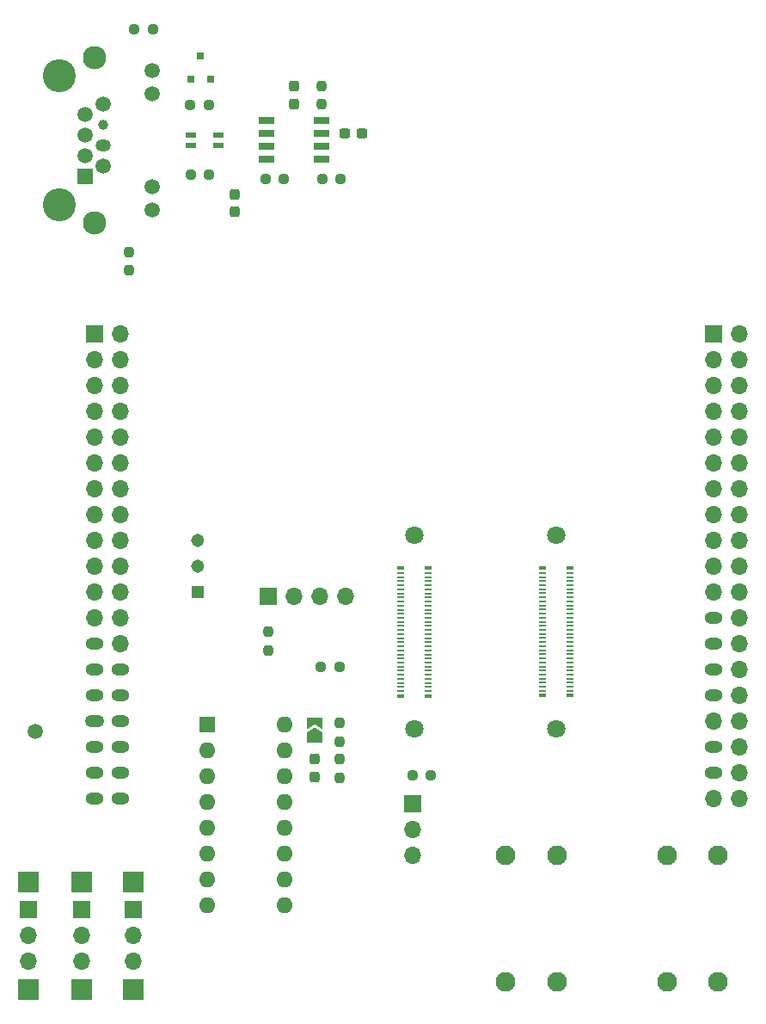
<source format=gbr>
%TF.GenerationSoftware,KiCad,Pcbnew,8.0.2*%
%TF.CreationDate,2024-09-12T20:37:13+09:00*%
%TF.ProjectId,TangPrimer25K_brushless,54616e67-5072-4696-9d65-7232354b5f62,rev?*%
%TF.SameCoordinates,Original*%
%TF.FileFunction,Soldermask,Top*%
%TF.FilePolarity,Negative*%
%FSLAX46Y46*%
G04 Gerber Fmt 4.6, Leading zero omitted, Abs format (unit mm)*
G04 Created by KiCad (PCBNEW 8.0.2) date 2024-09-12 20:37:13*
%MOMM*%
%LPD*%
G01*
G04 APERTURE LIST*
G04 Aperture macros list*
%AMRoundRect*
0 Rectangle with rounded corners*
0 $1 Rounding radius*
0 $2 $3 $4 $5 $6 $7 $8 $9 X,Y pos of 4 corners*
0 Add a 4 corners polygon primitive as box body*
4,1,4,$2,$3,$4,$5,$6,$7,$8,$9,$2,$3,0*
0 Add four circle primitives for the rounded corners*
1,1,$1+$1,$2,$3*
1,1,$1+$1,$4,$5*
1,1,$1+$1,$6,$7*
1,1,$1+$1,$8,$9*
0 Add four rect primitives between the rounded corners*
20,1,$1+$1,$2,$3,$4,$5,0*
20,1,$1+$1,$4,$5,$6,$7,0*
20,1,$1+$1,$6,$7,$8,$9,0*
20,1,$1+$1,$8,$9,$2,$3,0*%
%AMFreePoly0*
4,1,6,1.000000,0.000000,0.500000,-0.750000,-0.500000,-0.750000,-0.500000,0.750000,0.500000,0.750000,1.000000,0.000000,1.000000,0.000000,$1*%
%AMFreePoly1*
4,1,6,0.500000,-0.750000,-0.650000,-0.750000,-0.150000,0.000000,-0.650000,0.750000,0.500000,0.750000,0.500000,-0.750000,0.500000,-0.750000,$1*%
G04 Aperture macros list end*
%ADD10RoundRect,0.237500X-0.237500X0.250000X-0.237500X-0.250000X0.237500X-0.250000X0.237500X0.250000X0*%
%ADD11R,1.700000X1.700000*%
%ADD12O,1.700000X1.700000*%
%ADD13R,2.000000X2.000000*%
%ADD14RoundRect,0.237500X-0.237500X0.300000X-0.237500X-0.300000X0.237500X-0.300000X0.237500X0.300000X0*%
%ADD15RoundRect,0.237500X0.237500X-0.250000X0.237500X0.250000X-0.237500X0.250000X-0.237500X-0.250000X0*%
%ADD16R,1.305000X1.305000*%
%ADD17C,1.305000*%
%ADD18C,1.500000*%
%ADD19C,1.950000*%
%ADD20R,1.550000X0.700000*%
%ADD21RoundRect,0.237500X-0.250000X-0.237500X0.250000X-0.237500X0.250000X0.237500X-0.250000X0.237500X0*%
%ADD22R,1.050000X0.600000*%
%ADD23C,1.800000*%
%ADD24R,0.660000X0.230000*%
%ADD25R,0.660000X0.350000*%
%ADD26C,3.250000*%
%ADD27C,1.000000*%
%ADD28R,1.500000X1.500000*%
%ADD29O,1.500000X1.200000*%
%ADD30C,2.300000*%
%ADD31RoundRect,0.237500X0.250000X0.237500X-0.250000X0.237500X-0.250000X-0.237500X0.250000X-0.237500X0*%
%ADD32O,1.800000X1.200000*%
%ADD33O,1.900000X1.200000*%
%ADD34R,1.600000X1.600000*%
%ADD35O,1.600000X1.600000*%
%ADD36FreePoly0,90.000000*%
%ADD37FreePoly1,90.000000*%
%ADD38RoundRect,0.237500X0.300000X0.237500X-0.300000X0.237500X-0.300000X-0.237500X0.300000X-0.237500X0*%
%ADD39R,0.780000X0.780000*%
G04 APERTURE END LIST*
D10*
%TO.C,R1*%
X153670000Y-125171200D03*
X153670000Y-126996200D03*
%TD*%
D11*
%TO.C,J5*%
X160909000Y-133096000D03*
D12*
X160909000Y-135636000D03*
X160909000Y-138176000D03*
%TD*%
D13*
%TO.C,REF\u002A\u002A*%
X123063000Y-140843000D03*
%TD*%
D14*
%TO.C,C1*%
X151282400Y-128728300D03*
X151282400Y-130453300D03*
%TD*%
D13*
%TO.C,REF\u002A\u002A*%
X128270000Y-140843000D03*
%TD*%
D15*
%TO.C,R9*%
X151961000Y-64309000D03*
X151961000Y-62484000D03*
%TD*%
D16*
%TO.C,PS1*%
X139700000Y-112268000D03*
D17*
X139700000Y-109728000D03*
X139700000Y-107188000D03*
%TD*%
D18*
%TO.C,TP1*%
X123698000Y-125984000D03*
%TD*%
D19*
%TO.C,S1*%
X175093000Y-138149000D03*
X175093000Y-150649000D03*
X170093000Y-138149000D03*
X170093000Y-150649000D03*
%TD*%
D20*
%TO.C,IC2*%
X151950000Y-69723000D03*
X151950000Y-68453000D03*
X151950000Y-67183000D03*
X151950000Y-65913000D03*
X146500000Y-65913000D03*
X146500000Y-67183000D03*
X146500000Y-68453000D03*
X146500000Y-69723000D03*
%TD*%
D11*
%TO.C,SW2*%
X128270000Y-143525000D03*
D12*
X128270000Y-146065000D03*
X128270000Y-148605000D03*
%TD*%
D21*
%TO.C,R13*%
X139041500Y-71247000D03*
X140866500Y-71247000D03*
%TD*%
D14*
%TO.C,C4*%
X143383000Y-73152000D03*
X143383000Y-74877000D03*
%TD*%
D10*
%TO.C,R5*%
X146710400Y-116181500D03*
X146710400Y-118006500D03*
%TD*%
D22*
%TO.C,L1*%
X141732000Y-67310000D03*
X139082000Y-67310000D03*
X139082000Y-68310000D03*
X141732000Y-68310000D03*
%TD*%
D23*
%TO.C,J2*%
X161047600Y-125720800D03*
X161047600Y-106720800D03*
D24*
X159692600Y-122020800D03*
X162402600Y-122020800D03*
X159692600Y-121620800D03*
X162402600Y-121620800D03*
X159692600Y-121220800D03*
X162402600Y-121220800D03*
X159692600Y-120820800D03*
X162402600Y-120820800D03*
X159692600Y-120420800D03*
X162402600Y-120420800D03*
X159692600Y-120020800D03*
X162402600Y-120020800D03*
X159692600Y-119620800D03*
X162402600Y-119620800D03*
X159692600Y-119220800D03*
X162402600Y-119220800D03*
X159692600Y-118820800D03*
X162402600Y-118820800D03*
X159692600Y-118420800D03*
X162402600Y-118420800D03*
X159692600Y-118020800D03*
X162402600Y-118020800D03*
X159692600Y-117620800D03*
X162402600Y-117620800D03*
X159692600Y-117220800D03*
X162402600Y-117220800D03*
X159692600Y-116820800D03*
X162402600Y-116820800D03*
X159692600Y-116420800D03*
X162402600Y-116420800D03*
X159692600Y-116020800D03*
X162402600Y-116020800D03*
X159692600Y-115620800D03*
X162402600Y-115620800D03*
X159692600Y-115220800D03*
X162402600Y-115220800D03*
X159692600Y-114820800D03*
X162402600Y-114820800D03*
X159692600Y-114420800D03*
X162402600Y-114420800D03*
X159692600Y-114020800D03*
X162402600Y-114020800D03*
X159692600Y-113620800D03*
X162402600Y-113620800D03*
X159692600Y-113220800D03*
X162402600Y-113220800D03*
X159692600Y-112820800D03*
X162402600Y-112820800D03*
X159692600Y-112420800D03*
X162402600Y-112420800D03*
X159692600Y-112020800D03*
X162402600Y-112020800D03*
X159692600Y-111620800D03*
X162402600Y-111620800D03*
X159692600Y-111220800D03*
X162402600Y-111220800D03*
X159692600Y-110820800D03*
X162402600Y-110820800D03*
X159692600Y-110420800D03*
X162402600Y-110420800D03*
D25*
X159692600Y-122495800D03*
X162402600Y-122495800D03*
X159692600Y-109945800D03*
X162402600Y-109945800D03*
%TD*%
D26*
%TO.C,J4*%
X126136400Y-74164000D03*
D27*
X130456400Y-66294000D03*
D26*
X126136400Y-61464000D03*
D28*
X128676400Y-71374000D03*
D18*
X130456400Y-70358000D03*
X128676400Y-69342000D03*
D29*
X130456400Y-68326000D03*
D18*
X128676400Y-67310000D03*
X128676400Y-65278000D03*
X130456400Y-64262000D03*
X135276400Y-74674000D03*
X135276400Y-72384000D03*
X135276400Y-63244000D03*
X135276400Y-60954000D03*
D30*
X129566400Y-75944000D03*
X129566400Y-59684000D03*
%TD*%
D14*
%TO.C,C2*%
X149225000Y-62510500D03*
X149225000Y-64235500D03*
%TD*%
D31*
%TO.C,R14*%
X140843000Y-64389000D03*
X139018000Y-64389000D03*
%TD*%
D11*
%TO.C,SW3*%
X133350000Y-143525000D03*
D12*
X133350000Y-146065000D03*
X133350000Y-148605000D03*
%TD*%
D21*
%TO.C,R3*%
X151868500Y-119634000D03*
X153693500Y-119634000D03*
%TD*%
D15*
%TO.C,R6*%
X132969000Y-80645000D03*
X132969000Y-78820000D03*
%TD*%
D21*
%TO.C,R11*%
X146407500Y-71628000D03*
X148232500Y-71628000D03*
%TD*%
D11*
%TO.C,J3*%
X129540000Y-86868000D03*
D12*
X132080000Y-86868000D03*
X129540000Y-89408000D03*
X132080000Y-89408000D03*
X129540000Y-91948000D03*
X132080000Y-91948000D03*
X129540000Y-94488000D03*
X132080000Y-94488000D03*
X129540000Y-97028000D03*
X132080000Y-97028000D03*
X129540000Y-99568000D03*
X132080000Y-99568000D03*
X129540000Y-102108000D03*
X132080000Y-102108000D03*
X129540000Y-104648000D03*
X132080000Y-104648000D03*
X129540000Y-107188000D03*
X132080000Y-107188000D03*
X129540000Y-109728000D03*
X132080000Y-109728000D03*
X129540000Y-112268000D03*
X132080000Y-112268000D03*
X129540000Y-114808000D03*
X132080000Y-114808000D03*
D32*
X129540000Y-117348000D03*
D12*
X132080000Y-117348000D03*
D32*
X129540000Y-119888000D03*
X132080000Y-119888000D03*
X129540000Y-122428000D03*
X132080000Y-122428000D03*
D33*
X129540000Y-124968000D03*
D32*
X132080000Y-124968000D03*
X129540000Y-127508000D03*
X132080000Y-127508000D03*
X129540000Y-130048000D03*
X132080000Y-130048000D03*
X129540000Y-132588000D03*
X132080000Y-132588000D03*
D11*
X190500000Y-86868000D03*
D12*
X193040000Y-86868000D03*
X190500000Y-89408000D03*
X193040000Y-89408000D03*
X190500000Y-91948000D03*
X193040000Y-91948000D03*
X190500000Y-94488000D03*
X193040000Y-94488000D03*
X190500000Y-97028000D03*
X193040000Y-97028000D03*
X190500000Y-99568000D03*
X193040000Y-99568000D03*
X190500000Y-102108000D03*
X193040000Y-102108000D03*
X190500000Y-104648000D03*
X193040000Y-104648000D03*
X190500000Y-107188000D03*
X193040000Y-107188000D03*
X190500000Y-109728000D03*
X193040000Y-109728000D03*
X190500000Y-112268000D03*
X193040000Y-112268000D03*
D32*
X190500000Y-114808000D03*
D12*
X193040000Y-114808000D03*
D32*
X190500000Y-117348000D03*
D12*
X193040000Y-117348000D03*
D32*
X190500000Y-119888000D03*
D12*
X193040000Y-119888000D03*
D32*
X190500000Y-122428000D03*
D12*
X193040000Y-122428000D03*
X190500000Y-124968000D03*
X193040000Y-124968000D03*
D32*
X190500000Y-127508000D03*
D12*
X193040000Y-127508000D03*
D32*
X190500000Y-130048000D03*
D12*
X193040000Y-130048000D03*
X190500000Y-132588000D03*
X193040000Y-132588000D03*
%TD*%
D13*
%TO.C,REF\u002A\u002A*%
X133350000Y-140843000D03*
%TD*%
D34*
%TO.C,U2*%
X140675200Y-125338600D03*
D35*
X140675200Y-127878600D03*
X140675200Y-130418600D03*
X140675200Y-132958600D03*
X140675200Y-135498600D03*
X140675200Y-138038600D03*
X140675200Y-140578600D03*
X140675200Y-143118600D03*
X148295200Y-143118600D03*
X148295200Y-140578600D03*
X148295200Y-138038600D03*
X148295200Y-135498600D03*
X148295200Y-132958600D03*
X148295200Y-130418600D03*
X148295200Y-127878600D03*
X148295200Y-125338600D03*
%TD*%
D21*
%TO.C,R7*%
X133477000Y-56896000D03*
X135302000Y-56896000D03*
%TD*%
D36*
%TO.C,JP1*%
X151282400Y-126582000D03*
D37*
X151282400Y-125132000D03*
%TD*%
D13*
%TO.C,REF\u002A\u002A*%
X123063000Y-151384000D03*
%TD*%
D38*
%TO.C,C3*%
X155929500Y-67183000D03*
X154204500Y-67183000D03*
%TD*%
D11*
%TO.C,SW1*%
X123063000Y-143525000D03*
D12*
X123063000Y-146065000D03*
X123063000Y-148605000D03*
%TD*%
D10*
%TO.C,R2*%
X153670000Y-128727200D03*
X153670000Y-130552200D03*
%TD*%
D21*
%TO.C,R4*%
X160885500Y-130302000D03*
X162710500Y-130302000D03*
%TD*%
D23*
%TO.C,J1*%
X175048000Y-125707600D03*
X175048000Y-106708000D03*
D24*
X173693000Y-122008000D03*
X176403000Y-122008000D03*
X173693000Y-121608000D03*
X176403000Y-121608000D03*
X173693000Y-121208000D03*
X176403000Y-121208000D03*
X173693000Y-120808000D03*
X176403000Y-120808000D03*
X173693000Y-120408000D03*
X176403000Y-120408000D03*
X173693000Y-120008000D03*
X176403000Y-120008000D03*
X173693000Y-119608000D03*
X176403000Y-119608000D03*
X173693000Y-119208000D03*
X176403000Y-119208000D03*
X173693000Y-118808000D03*
X176403000Y-118808000D03*
X173693000Y-118408000D03*
X176403000Y-118408000D03*
X173693000Y-118008000D03*
X176403000Y-118008000D03*
X173693000Y-117608000D03*
X176403000Y-117608000D03*
X173693000Y-117208000D03*
X176403000Y-117208000D03*
X173693000Y-116808000D03*
X176403000Y-116808000D03*
X173693000Y-116408000D03*
X176403000Y-116408000D03*
X173693000Y-116008000D03*
X176403000Y-116008000D03*
X173693000Y-115608000D03*
X176403000Y-115608000D03*
X173693000Y-115208000D03*
X176403000Y-115208000D03*
X173693000Y-114808000D03*
X176403000Y-114808000D03*
X173693000Y-114408000D03*
X176403000Y-114408000D03*
X173693000Y-114008000D03*
X176403000Y-114008000D03*
X173693000Y-113608000D03*
X176403000Y-113608000D03*
X173693000Y-113208000D03*
X176403000Y-113208000D03*
X173693000Y-112808000D03*
X176403000Y-112808000D03*
X173693000Y-112408000D03*
X176403000Y-112408000D03*
X173693000Y-112008000D03*
X176403000Y-112008000D03*
X173693000Y-111608000D03*
X176403000Y-111608000D03*
X173693000Y-111208000D03*
X176403000Y-111208000D03*
X173693000Y-110808000D03*
X176403000Y-110808000D03*
X173693000Y-110408000D03*
X176403000Y-110408000D03*
D25*
X173693000Y-122483000D03*
X176403000Y-122483000D03*
X173693000Y-109933000D03*
X176403000Y-109933000D03*
%TD*%
D13*
%TO.C,REF\u002A\u002A*%
X128270000Y-151384000D03*
%TD*%
D11*
%TO.C,J6*%
X146720400Y-112674400D03*
D12*
X149260400Y-112674400D03*
X151800400Y-112674400D03*
X154340400Y-112674400D03*
%TD*%
D21*
%TO.C,R8*%
X151995500Y-71628000D03*
X153820500Y-71628000D03*
%TD*%
D39*
%TO.C,D4*%
X139070000Y-61849000D03*
X140970000Y-61849000D03*
X140020000Y-59559000D03*
%TD*%
D13*
%TO.C,REF\u002A\u002A*%
X133350000Y-151384000D03*
%TD*%
D19*
%TO.C,S2*%
X190928000Y-138176000D03*
X190928000Y-150676000D03*
X185928000Y-138176000D03*
X185928000Y-150676000D03*
%TD*%
M02*

</source>
